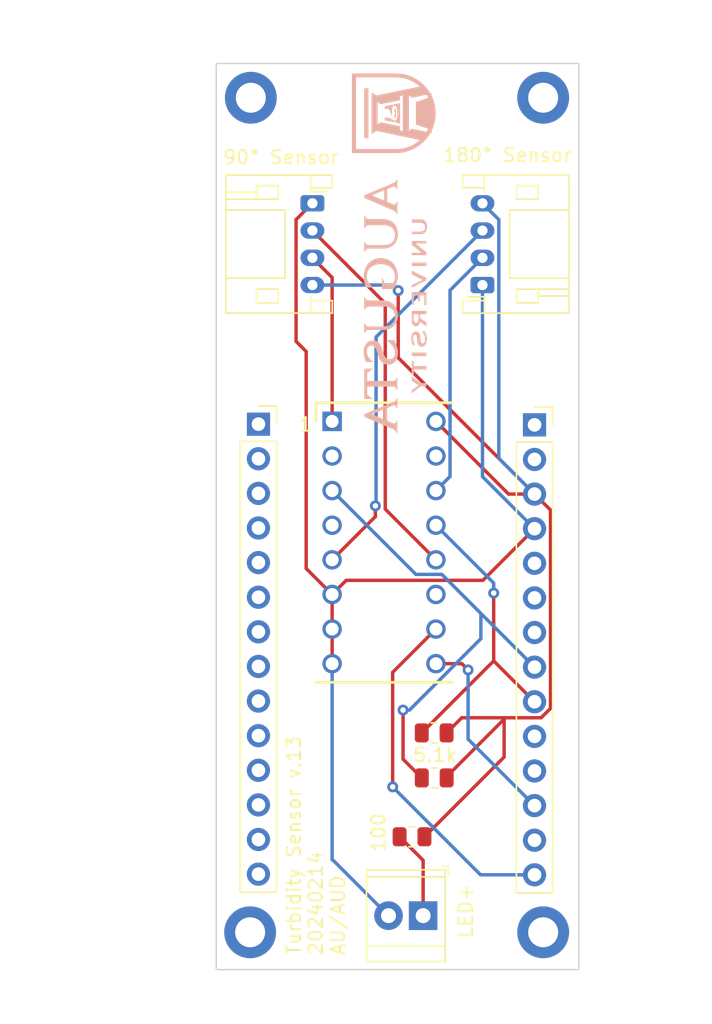
<source format=kicad_pcb>
(kicad_pcb (version 20221018) (generator pcbnew)
  (title_block (title "Turbidity Sensor PCB") (date "2024-02-14") (rev "13") (company "AU/AUD"))
  (layers (0 "F.Cu" signal) (31 "B.Cu" signal) (34 "B.Paste" user) (35 "F.Paste" user) (36 "B.SilkS" user "B.Silkscreen") (37 "F.SilkS" user "F.Silkscreen") (38 "B.Mask" user) (39 "F.Mask" user) (44 "Edge.Cuts" user))
  (net 0 "")
  (net 1 "/GND")
  (net 2 "/3.3V")
  (net 8 "/SCL")
  (net 9 "/SDA")
  (net 12 "/D8")
  (net 14 "/D6")
  (net 33 "/1(SCL)")
  (net 34 "/5(SCL)")
  (net 35 "/12(SDA)")
  (net 36 "/14(SDA)")
  (net 37 "Net-(J1-Pin_1)")
  (footprint "Resistor_SMD:R_0805_2012Metric" (layer "F.Cu") (at 152.1479 109.982)
    (fp_text reference "R1" hide)
    (fp_text value "5.1k" hide)
  )
  (footprint "MountingHole:MountingHole_2.2mm_M2_DIN965_Pad" (layer "F.Cu") (at 138.6332 121.3104)
    (fp_text reference "REF**" hide)
    (fp_text value "MountingHole_2.2mm_M2_DIN965_Pad" hide)
  )
  (footprint "Project:DIPS762W70P254L2032H510Q16N" (layer "F.Cu") (at 144.653 83.82)
    (fp_text reference "IC1" hide)
    (fp_text value "1-2199298-4" hide)
  )
  (footprint "Connector_PinSocket_2.54mm:PinSocket_1x14_P2.54mm_Vertical" (layer "F.Cu") (at 159.512 84.074)
    (fp_text reference "J4" hide)
    (fp_text value "Conn_01x14_Pin" hide)
  )
  (footprint "Resistor_SMD:R_0805_2012Metric" (layer "F.Cu") (at 150.5185 114.3 180)
    (fp_text reference "R3" hide)
    (fp_text value "100" hide)
  )
  (footprint "MountingHole:MountingHole_2.2mm_M2_DIN965_Pad" (layer "F.Cu") (at 160.147 60.071)
    (fp_text reference "REF**" hide)
    (fp_text value "MountingHole_2.2mm_M2_DIN965_Pad" hide)
  )
  (footprint "Connector_JST:JST_PH_S4B-PH-K_1x04_P2.00mm_Horizontal" (layer "F.Cu") (at 143.2052 67.8152 -90)
    (fp_text reference "J3" hide)
    (fp_text value "JST 90" hide)
  )
  (footprint "MountingHole:MountingHole_2.2mm_M2_DIN965_Pad" (layer "F.Cu") (at 138.684 60.071)
    (fp_text reference "REF**" hide)
    (fp_text value "MountingHole_2.2mm_M2_DIN965_Pad" hide)
  )
  (footprint "TerminalBlock_TE-Connectivity:TerminalBlock_TE_282834-2_1x02_P2.54mm_Horizontal" (layer "F.Cu") (at 151.3332 120.0912 180)
    (fp_text reference "J1" hide)
    (fp_text value "Screw_Terminal_01x02" hide)
  )
  (footprint "Connector_JST:JST_PH_S4B-PH-K_1x04_P2.00mm_Horizontal" (layer "F.Cu") (at 155.6904 73.818 90)
    (fp_text reference "J2" hide)
    (fp_text value "JST 180" hide)
  )
  (footprint "Resistor_SMD:R_0805_2012Metric" (layer "F.Cu") (at 152.1441 106.68 180)
    (fp_text reference "R2" hide)
    (fp_text value "5.1k" hide)
  )
  (footprint "Connector_PinSocket_2.54mm:PinSocket_1x14_P2.54mm_Vertical" (layer "F.Cu") (at 139.2428 84.0232)
    (fp_text reference "J5" hide)
    (fp_text value "Conn_01x14_Pin" hide)
  )
  (footprint "MountingHole:MountingHole_2.2mm_M2_DIN965_Pad" (layer "F.Cu") (at 160.147 121.3104)
    (fp_text reference "REF**" hide)
    (fp_text value "MountingHole_2.2mm_M2_DIN965_Pad" hide)
  )
  (gr_poly (pts (xy 147.315225 63.082488) (xy 147.315225 59.335988) (xy 147.008043 59.399488) (xy 147.008043 63.018988)) (fill solid) (layer "B.SilkS"))
  (gr_poly (pts (xy 149.225781 68.380769) (xy 149.438506 68.625244) (xy 149.448825 68.625244) (xy 149.448825 67.683856) (xy 149.438506 67.683856) (xy 149.225781 67.927537) (xy 148.699524 67.711637) (xy 148.699524 66.775013) (xy 149.225781 66.559112) (xy 149.438506 66.802) (xy 149.448825 66.802) (xy 149.448825 66.060637) (xy 149.438506 66.060637) (xy 149.225781 66.298763) (xy 148.476481 66.609696) (xy 148.476481 66.863913) (xy 148.476481 67.610038) (xy 147.587481 67.229832) (xy 148.476481 66.863913) (xy 148.476481 66.609696) (xy 147.008837 67.218718) (xy 147.008837 67.424299)) (fill solid) (layer "B.SilkS"))
  (gr_poly (pts (xy 149.225781 84.446268) (xy 149.438506 84.689949) (xy 149.448825 84.689949) (xy 149.448825 83.748561) (xy 149.438506 83.748561) (xy 149.225781 83.992244) (xy 148.699524 83.776342) (xy 148.699524 82.838925) (xy 149.225781 82.623025) (xy 149.438506 82.866706) (xy 149.448825 82.866706) (xy 149.448825 82.127725) (xy 149.438506 82.127725) (xy 149.225781 82.365851) (xy 148.476481 82.676516) (xy 148.476481 82.929413) (xy 148.476481 83.675538) (xy 147.587481 83.295331) (xy 148.476481 82.929413) (xy 148.476481 82.676516) (xy 147.008837 83.285011) (xy 147.008837 83.490592)) (fill solid) (layer "B.SilkS"))
  (gr_poly (pts (xy 151.581631 79.023371) (xy 151.581631 78.771752) (xy 150.495781 78.771752) (xy 150.495781 79.023371)) (fill solid) (layer "B.SilkS"))
  (gr_poly (pts (xy 150.651356 80.390205) (xy 150.651356 80.014761) (xy 151.581631 80.014761) (xy 151.581631 79.765524) (xy 150.651356 79.765524) (xy 150.651356 79.395638) (xy 150.492606 79.395638) (xy 150.492606 80.390205)) (fill solid) (layer "B.SilkS"))
  (gr_poly (pts (xy 149.221687 61.339774) (xy 149.2234 61.366091) (xy 149.225373 61.391276) (xy 149.227616 61.415228) (xy 149.230139 61.437845) (xy 149.232949 61.459025) (xy 149.236058 61.478669) (xy 149.239473 61.496674) (xy 149.243205 61.51294) (xy 149.247262 61.527365) (xy 149.249415 61.533856) (xy 149.251654 61.539849) (xy 149.253978 61.545331) (xy 149.25639 61.550289) (xy 149.25889 61.554712) (xy 149.26148 61.558586) (xy 149.26416 61.561899) (xy 149.266932 61.564637) (xy 149.269797 61.56679) (xy 149.272756 61.568342) (xy 149.275811 61.569283) (xy 149.278962 61.5696) (xy 149.282143 61.569138) (xy 149.285282 61.567768) (xy 149.291422 61.562383) (xy 149.29735 61.553615) (xy 149.303035 61.541633) (xy 149.308446 61.526603) (xy 149.313551 61.508697) (xy 149.318318 61.488081) (xy 149.322718 61.464924) (xy 149.326717 61.439396) (xy 149.330285 61.411664) (xy 149.336 61.350264) (xy 149.339614 61.282075) (xy 149.340875 61.208444) (xy 149.340484 61.171032) (xy 149.339354 61.134813) (xy 149.337542 61.099953) (xy 149.335107 61.066623) (xy 149.332111 61.03499) (xy 149.32861 61.005224) (xy 149.324666 60.977492) (xy 149.320336 60.951963) (xy 149.315681 60.928807) (xy 149.31076 60.908191) (xy 149.305632 60.890284) (xy 149.300356 60.875255) (xy 149.297682 60.868872) (xy 149.294992 60.863272) (xy 149.292295 60.858476) (xy 149.289599 60.854504) (xy 149.28691 60.851378) (xy 149.284236 60.84912) (xy 149.281584 60.847749) (xy 149.278962 60.847287) (xy 149.276372 60.847604) (xy 149.273812 60.848545) (xy 149.268788 60.85225) (xy 149.263906 60.858301) (xy 149.25918 60.866598) (xy 149.254627 60.877039) (xy 149.250262 60.889522) (xy 149.246098 60.903947) (xy 149.242152 60.920213) (xy 149.238438 60.938219) (xy 149.234972 60.957862) (xy 149.228844 61.00166) (xy 149.223888 61.050796) (xy 149.220225 61.104463) (xy 149.227403 61.108427) (xy 149.23423 61.112841) (xy 149.240689 61.117681) (xy 149.246767 61.122923) (xy 149.252448 61.128543) (xy 149.257718 61.134517) (xy 149.262561 61.140821) (xy 149.266963 61.147431) (xy 149.270909 61.154323) (xy 149.274385 61.161472) (xy 149.277374 61.168856) (xy 149.279864 61.17645) (xy 149.281837 61.184229) (xy 149.283281 61.192171) (xy 149.28418 61.200251) (xy 149.284518 61.208444) (xy 149.28442 61.212553) (xy 149.28418 61.216637) (xy 149.283799 61.220693) (xy 149.283281 61.224717) (xy 149.282626 61.228706) (xy 149.281837 61.232658) (xy 149.280916 61.23657) (xy 149.279864 61.240438) (xy 149.278682 61.244259) (xy 149.277374 61.248032) (xy 149.275941 61.251751) (xy 149.274385 61.255415) (xy 149.272707 61.259021) (xy 149.270909 61.262565) (xy 149.268994 61.266045) (xy 149.266963 61.269457) (xy 149.264818 61.272798) (xy 149.262561 61.276066) (xy 149.260194 61.279258) (xy 149.257718 61.28237) (xy 149.255135 61.2854) (xy 149.252448 61.288344) (xy 149.249658 61.2912) (xy 149.246767 61.293964) (xy 149.243777 61.296634) (xy 149.240689 61.299206) (xy 149.237506 61.301678) (xy 149.23423 61.304046) (xy 149.230861 61.306308) (xy 149.227403 61.308461) (xy 149.223857 61.3105) (xy 149.220225 61.312425)) (fill solid) (layer "B.SilkS"))
  (gr_poly (pts (xy 150.459212 77.792646) (xy 150.461232 77.828782) (xy 150.464603 77.864753) (xy 150.469317 77.900522) (xy 150.475363 77.936053) (xy 150.482731 77.971308) (xy 150.491411 78.006251) (xy 150.501394 78.040844) (xy 150.512669 78.07505) (xy 150.525227 78.108833) (xy 150.539057 78.142156) (xy 150.55415 78.174981) (xy 150.570496 78.207271) (xy 150.588084 78.23899) (xy 150.606905 78.2701) (xy 150.737081 78.178817) (xy 150.722123 78.152471) (xy 150.708065 78.125698) (xy 150.694912 78.098524) (xy 150.682671 78.07097) (xy 150.671349 78.043061) (xy 150.660952 78.014819) (xy 150.651486 77.986267) (xy 150.642959 77.95743) (xy 150.635376 77.928331) (xy 150.628744 77.898992) (xy 150.62307 77.869437) (xy 150.618359 77.839689) (xy 150.614619 77.809772) (xy 150.611856 77.779708) (xy 150.610077 77.749522) (xy 150.609287 77.719236) (xy 150.609523 77.697197) (xy 150.610318 77.674709) (xy 150.611804 77.65203) (xy 150.614112 77.629419) (xy 150.617373 77.607133) (xy 150.621719 77.585431) (xy 150.627281 77.56457) (xy 150.634191 77.54481) (xy 150.64258 77.526408) (xy 150.64737 77.517796) (xy 150.652579 77.509621) (xy 150.658223 77.501915) (xy 150.66432 77.49471) (xy 150.670885 77.488037) (xy 150.677934 77.48193) (xy 150.685484 77.476421) (xy 150.693553 77.471541) (xy 150.702155 77.467324) (xy 150.711307 77.463801) (xy 150.721026 77.461005) (xy 150.731329 77.458968) (xy 150.742231 77.457722) (xy 150.753749 77.457299) (xy 150.765214 77.45791) (xy 150.775959 77.459711) (xy 150.786011 77.462654) (xy 150.795397 77.466693) (xy 150.80414 77.471779) (xy 150.812267 77.477867) (xy 150.819803 77.484909) (xy 150.826775 77.492857) (xy 150.833206 77.501664) (xy 150.839124 77.511284) (xy 150.844554 77.521668) (xy 150.84952 77.532769) (xy 150.85405 77.544541) (xy 150.858168 77.556936) (xy 150.8619 77.569907) (xy 150.865271 77.583407) (xy 150.871035 77.611803) (xy 150.875665 77.641746) (xy 150.879364 77.672859) (xy 150.882337 77.704764) (xy 150.891068 77.832743) (xy 150.894394 77.87442) (xy 150.898885 77.917242) (xy 150.904794 77.96068) (xy 150.912375 78.004205) (xy 150.921882 78.047288) (xy 150.933568 78.089401) (xy 150.947686 78.130014) (xy 150.96449 78.168598) (xy 150.984233 78.204623) (xy 150.995286 78.221512) (xy 151.007169 78.237562) (xy 151.019914 78.252709) (xy 151.033552 78.266885) (xy 151.048115 78.280025) (xy 151.063634 78.292063) (xy 151.080142 78.302932) (xy 151.09767 78.312566) (xy 151.116249 78.3209) (xy 151.135912 78.327867) (xy 151.15669 78.3334) (xy 151.178614 78.337435) (xy 151.201717 78.339904) (xy 151.226031 78.340742) (xy 151.253116 78.339844) (xy 151.279023 78.337195) (xy 151.303771 78.332863) (xy 151.327382 78.326915) (xy 151.349878 78.319419) (xy 151.371277 78.310442) (xy 151.391603 78.300052) (xy 151.410875 78.288317) (xy 151.429115 78.275304) (xy 151.446343 78.261081) (xy 151.46258 78.245715) (xy 151.477848 78.229274) (xy 151.492167 78.211826) (xy 151.505558 78.193437) (xy 151.518042 78.174177) (xy 151.52964 78.154111) (xy 151.540373 78.133309) (xy 151.550262 78.111837) (xy 151.559328 78.089763) (xy 151.567591 78.067154) (xy 151.575073 78.044079) (xy 151.581795 78.020604) (xy 151.593041 77.972727) (xy 151.601496 77.924065) (xy 151.607328 77.875157) (xy 151.610705 77.826545) (xy 151.611793 77.778768) (xy 151.611713 77.737246) (xy 151.609891 77.695893) (xy 151.606346 77.654762) (xy 151.601092 77.613904) (xy 151.594148 77.57337) (xy 151.58553 77.533212) (xy 151.575255 77.493481) (xy 151.56334 77.454228) (xy 151.5498 77.415506) (xy 151.534654 77.377365) (xy 151.517918 77.339857) (xy 151.499609 77.303034) (xy 151.479743 77.266946) (xy 151.458337 77.231645) (xy 151.435409 77.197183) (xy 151.410975 77.163611) (xy 151.283181 77.26918) (xy 151.304338 77.296214) (xy 151.324242 77.324043) (xy 151.342879 77.352624) (xy 151.360231 77.381912) (xy 151.376284 77.411863) (xy 151.391021 77.442433) (xy 151.404427 77.473578) (xy 151.416486 77.505252) (xy 151.427182 77.537412) (xy 151.4365 77.570014) (xy 151.444422 77.603013) (xy 151.450935 77.636365) (xy 151.456022 77.670026) (xy 151.459667 77.703951) (xy 151.461854 77.738096) (xy 151.462569 77.772417) (xy 151.462125 77.806698) (xy 151.460733 77.839796) (xy 151.458299 77.871568) (xy 151.45473 77.901872) (xy 151.449934 77.930568) (xy 151.443816 77.957512) (xy 151.436285 77.982564) (xy 151.427246 78.005581) (xy 151.416608 78.026421) (xy 151.41066 78.03598) (xy 151.404277 78.044942) (xy 151.397448 78.053289) (xy 151.39016 78.061004) (xy 151.382403 78.068067) (xy 151.374164 78.074463) (xy 151.365433 78.080172) (xy 151.356197 78.085178) (xy 151.346444 78.089462) (xy 151.336164 78.093007) (xy 151.325344 78.095795) (xy 151.313973 78.097809) (xy 151.302039 78.09903) (xy 151.289531 78.099441) (xy 151.277125 78.09894) (xy 151.265488 78.097458) (xy 151.254595 78.09503) (xy 151.244419 78.091688) (xy 151.234934 78.087467) (xy 151.226114 78.0824) (xy 151.217934 78.07652) (xy 151.210367 78.069861) (xy 151.203387 78.062458) (xy 151.196968 78.054342) (xy 151.191084 78.045548) (xy 151.185709 78.03611) (xy 151.180818 78.026061) (xy 151.176383 78.015434) (xy 151.17238 78.004263) (xy 151.168782 77.992583) (xy 151.165562 77.980425) (xy 151.162696 77.967824) (xy 151.160157 77.954814) (xy 151.157919 77.941428) (xy 151.154241 77.913661) (xy 151.151456 77.884794) (xy 151.149353 77.855094) (xy 151.147727 77.82483) (xy 151.145068 77.763685) (xy 151.142477 77.720543) (xy 151.138439 77.67576) (xy 151.132755 77.629947) (xy 151.125224 77.583715) (xy 151.115648 77.537673) (xy 151.103824 77.492432) (xy 151.089555 77.448603) (xy 151.072639 77.406796) (xy 151.052876 77.367621) (xy 151.041865 77.349211) (xy 151.030067 77.331689) (xy 151.017458 77.31513) (xy 151.004012 77.29961) (xy 150.989705 77.285206) (xy 150.974511 77.271995) (xy 150.958406 77.260052) (xy 150.941364 77.249454) (xy 150.92336 77.240277) (xy 150.90437 77.232597) (xy 150.884368 77.226492) (xy 150.86333 77.222036) (xy 150.84123 77.219307) (xy 150.818043 77.21838) (xy 150.79313 77.219152) (xy 150.769278 77.221432) (xy 150.74647 77.225166) (xy 150.724688 77.230298) (xy 150.703913 77.236775) (xy 150.684129 77.244541) (xy 150.665318 77.253542) (xy 150.647461 77.263723) (xy 150.630542 77.275029) (xy 150.614542 77.287407) (xy 150.599444 77.3008) (xy 150.58523 77.315156) (xy 150.571882 77.330418) (xy 150.559382 77.346532) (xy 150.547713 77.363444) (xy 150.536857 77.381099) (xy 150.526797 77.399442) (xy 150.517514 77.418419) (xy 150.508991 77.437975) (xy 150.50121 77.458056) (xy 150.494153 77.478606) (xy 150.487803 77.499571) (xy 150.482142 77.520897) (xy 150.477153 77.542528) (xy 150.469115 77.58649) (xy 150.46355 77.631019) (xy 150.460315 77.675678) (xy 150.459268 77.72003) (xy 150.458554 77.756384)) (fill solid) (layer "B.SilkS"))
  (gr_poly (pts (xy 151.141099 69.24675) (xy 151.174542 69.247856) (xy 151.206906 69.251201) (xy 151.238042 69.256833) (xy 151.253103 69.26052) (xy 151.267802 69.264796) (xy 151.282119 69.269666) (xy 151.296036 69.275135) (xy 151.309534 69.28121) (xy 151.322595 69.287897) (xy 151.335201 69.2952) (xy 151.347332 69.303125) (xy 151.35897 69.311679) (xy 151.370096 69.320867) (xy 151.380693 69.330694) (xy 151.39074 69.341166) (xy 151.40022 69.352289) (xy 151.409114 69.364068) (xy 151.417404 69.37651) (xy 151.42507 69.38962) (xy 151.432094 69.403403) (xy 151.438458 69.417865) (xy 151.444143 69.433012) (xy 151.44913 69.44885) (xy 151.453402 69.465383) (xy 151.456938 69.482619) (xy 151.459721 69.500562) (xy 151.461731 69.519219) (xy 151.462951 69.538594) (xy 151.463362 69.558693) (xy 151.462958 69.581164) (xy 151.461756 69.602743) (xy 151.459773 69.623444) (xy 151.457026 69.643277) (xy 151.453531 69.662255) (xy 151.449303 69.680388) (xy 151.44436 69.697689) (xy 151.438719 69.714169) (xy 151.432395 69.72984) (xy 151.425404 69.744713) (xy 151.417764 69.7588) (xy 151.409491 69.772113) (xy 151.400601 69.784662) (xy 151.391111 69.796461) (xy 151.381036 69.807521) (xy 151.370394 69.817852) (xy 151.359201 69.827468) (xy 151.347473 69.836378) (xy 151.335227 69.844596) (xy 151.322479 69.852132) (xy 151.309246 69.858999) (xy 151.295544 69.865207) (xy 151.281389 69.870769) (xy 151.266798 69.875697) (xy 151.251787 69.880001) (xy 151.236373 69.883693) (xy 151.2044 69.88929) (xy 151.171011 69.892579) (xy 151.136337 69.893655) (xy 150.495781 69.893655) (xy 150.495781 70.074631) (xy 151.157768 70.074631) (xy 151.180556 70.075619) (xy 151.203239 70.075344) (xy 151.225769 70.073826) (xy 151.248099 70.071083) (xy 151.270182 70.067132) (xy 151.29197 70.061992) (xy 151.313416 70.055681) (xy 151.334473 70.048218) (xy 151.355092 70.039621) (xy 151.375227 70.029907) (xy 151.39483 70.019097) (xy 151.413853 70.007206) (xy 151.43225 69.994255) (xy 151.449972 69.980261) (xy 151.466973 69.965243) (xy 151.483205 69.949219) (xy 151.500725 69.927389) (xy 151.517096 69.904829) (xy 151.532305 69.881586) (xy 151.546334 69.857705) (xy 151.559171 69.833232) (xy 151.5708 69.808213) (xy 151.581205 69.782693) (xy 151.590373 69.756718) (xy 151.598287 69.730335) (xy 151.604934 69.703589) (xy 151.610298 69.676526) (xy 151.614363 69.649192) (xy 151.617117 69.621631) (xy 151.618542 69.593892) (xy 151.618625 69.566018) (xy 151.61735 69.538056) (xy 151.618804 69.509973) (xy 151.618961 69.481958) (xy 151.617832 69.454055) (xy 151.61543 69.426304) (xy 151.611768 69.398749) (xy 151.606859 69.371431) (xy 151.600715 69.344392) (xy 151.593349 69.317674) (xy 151.584773 69.291319) (xy 151.575001 69.26537) (xy 151.564044 69.239869) (xy 151.551915 69.214857) (xy 151.538627 69.190376) (xy 151.524193 69.166469) (xy 151.508626 69.143178) (xy 151.491937 69.120544) (xy 151.4756 69.103743) (xy 151.458398 69.088052) (xy 151.440388 69.073492) (xy 151.421625 69.060083) (xy 151.402168 69.047848) (xy 151.382073 69.036806) (xy 151.361397 69.02698) (xy 151.340197 69.01839) (xy 151.31853 69.011058) (xy 151.296452 69.005004) (xy 151.274022 69.00025) (xy 151.251295 68.996817) (xy 151.228329 68.994727) (xy 151.20518 68.993999) (xy 151.181905 68.994656) (xy 151.158562 68.996719) (xy 150.495781 68.996719) (xy 150.495781 69.24675)) (fill solid) (layer "B.SilkS"))
  (gr_poly (pts (xy 151.581631 72.416987) (xy 151.581631 72.165369) (xy 150.495781 72.165369) (xy 150.495781 72.416987)) (fill solid) (layer "B.SilkS"))
  (gr_poly (pts (xy 146.972736 73.218805) (xy 146.9751 73.272035) (xy 146.97862 73.325163) (xy 146.98329 73.378172) (xy 146.989109 73.431041) (xy 146.996073 73.483753) (xy 147.004178 73.536289) (xy 147.01342 73.58863) (xy 147.023797 73.640759) (xy 147.035304 73.692656) (xy 147.047939 73.744302) (xy 147.061698 73.795681) (xy 147.076576 73.846772) (xy 147.092572 73.897557) (xy 147.109681 73.948018) (xy 147.1279 73.998136) (xy 147.1279 73.998137) (xy 147.683525 73.998137) (xy 147.683525 73.987818) (xy 147.61203 73.931369) (xy 147.547634 73.875708) (xy 147.489993 73.820803) (xy 147.438764 73.766622) (xy 147.393605 73.713134) (xy 147.354173 73.660307) (xy 147.320123 73.608111) (xy 147.291114 73.556514) (xy 147.266803 73.505484) (xy 147.246846 73.45499) (xy 147.2309 73.405) (xy 147.218623 73.355484) (xy 147.209671 73.30641) (xy 147.203701 73.257746) (xy 147.200371 73.209461) (xy 147.199337 73.161524) (xy 147.200555 73.112997) (xy 147.204177 73.065517) (xy 147.210157 73.019115) (xy 147.218448 72.973825) (xy 147.229003 72.929678) (xy 147.241776 72.886707) (xy 147.25672 72.844945) (xy 147.273788 72.804423) (xy 147.292935 72.765175) (xy 147.314112 72.727232) (xy 147.337274 72.690627) (xy 147.362374 72.655392) (xy 147.389365 72.62156) (xy 147.4182 72.589164) (xy 147.448833 72.558235) (xy 147.481218 72.528806) (xy 147.515307 72.50091) (xy 147.551053 72.474578) (xy 147.588412 72.449844) (xy 147.627334 72.426739) (xy 147.667775 72.405297) (xy 147.709687 72.385549) (xy 147.753023 72.367528) (xy 147.797738 72.351266) (xy 147.843784 72.336797) (xy 147.891114 72.324151) (xy 147.939683 72.313362) (xy 147.989442 72.304462) (xy 148.040347 72.297483) (xy 148.092349 72.292458) (xy 148.145403 72.289419) (xy 148.199462 72.288399) (xy 148.244706 72.288399) (xy 148.3007 72.289553) (xy 148.355546 72.292982) (xy 148.409203 72.298635) (xy 148.461629 72.306461) (xy 148.512783 72.31641) (xy 148.562624 72.328431) (xy 148.61111 72.342473) (xy 148.6582 72.358485) (xy 148.703853 72.376416) (xy 148.748028 72.396217) (xy 148.790683 72.417836) (xy 148.831777 72.441222) (xy 148.871269 72.466325) (xy 148.909117 72.493094) (xy 148.945281 72.521479) (xy 148.979718 72.551428) (xy 149.012389 72.582891) (xy 149.04325 72.615817) (xy 149.072262 72.650155) (xy 149.099382 72.685855) (xy 149.12457 72.722866) (xy 149.147785 72.761138) (xy 149.168984 72.800619) (xy 149.188127 72.841258) (xy 149.205173 72.883006) (xy 149.22008 72.925811) (xy 149.232806 72.969623) (xy 149.243312 73.01439) (xy 149.251554 73.060063) (xy 149.257493 73.10659) (xy 149.261086 73.153921) (xy 149.262293 73.202005) (xy 149.26243 73.224705) (xy 149.261955 73.247371) (xy 149.260871 73.269991) (xy 149.25918 73.292554) (xy 149.256885 73.315048) (xy 149.253989 73.337459) (xy 149.250492 73.359777) (xy 149.246399 73.381989) (xy 149.241711 73.404083) (xy 149.236431 73.426047) (xy 149.23056 73.447869) (xy 149.224102 73.469538) (xy 149.217059 73.49104) (xy 149.209434 73.512364) (xy 149.201227 73.533498) (xy 149.192443 73.55443) (xy 149.183002 73.575703) (xy 149.178101 73.585673) (xy 149.173061 73.595208) (xy 149.167869 73.604314) (xy 149.162511 73.612998) (xy 149.156974 73.621268) (xy 149.151243 73.62913) (xy 149.145305 73.63659) (xy 149.139146 73.643656) (xy 149.132753 73.650335) (xy 149.126112 73.656633) (xy 149.11921 73.662558) (xy 149.112032 73.668115) (xy 149.104566 73.673312) (xy 149.096796 73.678156) (xy 149.088711 73.682654) (xy 149.080295 73.686811) (xy 149.071536 73.690636) (xy 149.06242 73.694135) (xy 149.052933 73.697315) (xy 149.043061 73.700182) (xy 149.032791 73.702744) (xy 149.022109 73.705007) (xy 149.011002 73.706979) (xy 148.999455 73.708665) (xy 148.987456 73.710073) (xy 148.97499 73.71121) (xy 148.948603 73.712697) (xy 148.920187 73.71318) (xy 148.536012 73.71318) (xy 148.316143 73.270268) (xy 148.305825 73.270268) (xy 148.305825 74.110055) (xy 149.163075 74.110055) (xy 149.199699 74.058684) (xy 149.234194 74.006062) (xy 149.266535 73.952257) (xy 149.296699 73.897337) (xy 149.324664 73.841369) (xy 149.350407 73.784419) (xy 149.373905 73.726557) (xy 149.395135 73.667848) (xy 149.414074 73.608361) (xy 149.430699 73.548163) (xy 149.444987 73.48732) (xy 149.456915 73.425902) (xy 149.466461 73.363974) (xy 149.473602 73.301605) (xy 149.478314 73.238862) (xy 149.480575 73.175813) (xy 149.479221 73.108481) (xy 149.475177 73.041836) (xy 149.46847 72.975972) (xy 149.459125 72.910983) (xy 149.447168 72.846967) (xy 149.432626 72.784017) (xy 149.415525 72.722229) (xy 149.395891 72.661697) (xy 149.373751 72.602519) (xy 149.349129 72.544787) (xy 149.322053 72.488598) (xy 149.292549 72.434048) (xy 149.260642 72.38123) (xy 149.22636 72.33024) (xy 149.189727 72.281174) (xy 149.150771 72.234126) (xy 149.109518 72.189192) (xy 149.065993 72.146468) (xy 149.020223 72.106047) (xy 148.972233 72.068026) (xy 148.922051 72.0325) (xy 148.869702 71.999563) (xy 148.815213 71.969311) (xy 148.758609 71.94184) (xy 148.699917 71.917244) (xy 148.639163 71.895618) (xy 148.576373 71.877059) (xy 148.511573 71.86166) (xy 148.44479 71.849518) (xy 148.376049 71.840727) (xy 148.305377 71.835382) (xy 148.232799 71.83358) (xy 148.201843 71.83358) (xy 148.13204 71.835402) (xy 148.063891 71.840803) (xy 147.997435 71.84968) (xy 147.932708 71.861933) (xy 147.869746 71.877461) (xy 147.808586 71.896163) (xy 147.749266 71.917937) (xy 147.691822 71.942683) (xy 147.63629 71.9703) (xy 147.582708 72.000687) (xy 147.531112 72.033742) (xy 147.481538 72.069365) (xy 147.434025 72.107455) (xy 147.388608 72.147911) (xy 147.345325 72.190631) (xy 147.304211 72.235515) (xy 147.265305 72.282461) (xy 147.228642 72.33137) (xy 147.194259 72.382138) (xy 147.162194 72.434667) (xy 147.132482 72.488854) (xy 147.105161 72.544599) (xy 147.080268 72.6018) (xy 147.057839 72.660357) (xy 147.037911 72.720168) (xy 147.02052 72.781133) (xy 147.005704 72.843151) (xy 146.9935 72.90612) (xy 146.983944 72.969939) (xy 146.977072 73.034509) (xy 146.972922 73.099726) (xy 146.971531 73.165491)) (fill solid) (layer "B.SilkS"))
  (gr_poly (pts (xy 151.210156 71.441467) (xy 150.495781 71.441467) (xy 150.495781 71.622443) (xy 151.581631 71.622443) (xy 151.581631 71.407338) (xy 150.787881 70.762018) (xy 151.581631 70.762018) (xy 151.581631 70.581043) (xy 150.495781 70.581043) (xy 150.495781 70.861237)) (fill solid) (layer "B.SilkS"))
  (gr_poly (pts (xy 146.972557 78.741956) (xy 146.97546 78.791443) (xy 146.979443 78.84082) (xy 146.984503 78.890068) (xy 146.990636 78.93917) (xy 146.997838 78.988109) (xy 147.006107 79.036868) (xy 147.015437 79.085428) (xy 147.025826 79.133774) (xy 147.037271 79.181886) (xy 147.049767 79.229748) (xy 147.063311 79.277342) (xy 147.0779 79.324651) (xy 147.09353 79.371658) (xy 147.110198 79.418344) (xy 147.1279 79.464694) (xy 147.683525 79.464694) (xy 147.683525 79.454373) (xy 147.628119 79.414422) (xy 147.575665 79.373184) (xy 147.526247 79.330714) (xy 147.479953 79.287065) (xy 147.436867 79.242291) (xy 147.397077 79.196445) (xy 147.360668 79.14958) (xy 147.327726 79.10175) (xy 147.298338 79.053008) (xy 147.272588 79.003409) (xy 147.250565 78.953004) (xy 147.240977 78.927517) (xy 147.232352 78.901849) (xy 147.224702 78.876007) (xy 147.218037 78.849996) (xy 147.212368 78.823825) (xy 147.207706 78.797499) (xy 147.204061 78.771026) (xy 147.201444 78.744412) (xy 147.199866 78.717663) (xy 147.199337 78.690787) (xy 147.199902 78.660704) (xy 147.201566 78.631906) (xy 147.204284 78.604371) (xy 147.208013 78.578079) (xy 147.212706 78.553006) (xy 147.21832 78.529133) (xy 147.224809 78.506436) (xy 147.232129 78.484895) (xy 147.240235 78.464487) (xy 147.249082 78.445192) (xy 147.258626 78.426986) (xy 147.268821 78.40985) (xy 147.279624 78.39376) (xy 147.290988 78.378696) (xy 147.30287 78.364636) (xy 147.315225 78.351557) (xy 147.328007 78.33944) (xy 147.341173 78.32826) (xy 147.354677 78.317998) (xy 147.368474 78.308632) (xy 147.396771 78.292498) (xy 147.425705 78.279686) (xy 147.454918 78.270023) (xy 147.484052 78.263336) (xy 147.512748 78.25945) (xy 147.54065 78.258193) (xy 147.558112 78.258193) (xy 147.579995 78.258834) (xy 147.601013 78.260745) (xy 147.621197 78.263905) (xy 147.640574 78.268297) (xy 147.659174 78.2739) (xy 147.677025 78.280697) (xy 147.694157 78.288668) (xy 147.710599 78.297794) (xy 147.726379 78.308056) (xy 147.741526 78.319435) (xy 147.75607 78.331911) (xy 147.770039 78.345467) (xy 147.783462 78.360082) (xy 147.796368 78.375739) (xy 147.808785 78.392417) (xy 147.820744 78.410097) (xy 147.832273 78.428761) (xy 147.8434 78.44839) (xy 147.854155 78.468965) (xy 147.864566 78.490466) (xy 147.884475 78.536171) (xy 147.903356 78.585354) (xy 147.921442 78.637863) (xy 147.938965 78.693545) (xy 147.956155 78.752247) (xy 147.973243 78.813818) (xy 148.001006 78.912976) (xy 148.030852 79.006486) (xy 148.062987 79.094246) (xy 148.097614 79.176152) (xy 148.134939 79.252099) (xy 148.175166 79.321986) (xy 148.2185 79.385707) (xy 148.265145 79.443161) (xy 148.289773 79.469505) (xy 148.315306 79.494243) (xy 148.341769 79.517362) (xy 148.369188 79.538849) (xy 148.397588 79.558692) (xy 148.426996 79.576877) (xy 148.457435 79.593392) (xy 148.488933 79.608223) (xy 148.521514 79.621358) (xy 148.555205 79.632784) (xy 148.59003 79.642487) (xy 148.626016 79.650455) (xy 148.663188 79.656674) (xy 148.701571 79.661133) (xy 148.741192 79.663818) (xy 148.782075 79.664716) (xy 148.803506 79.664716) (xy 148.837381 79.663787) (xy 148.870959 79.661008) (xy 148.904189 79.656388) (xy 148.937019 79.649937) (xy 148.969398 79.641664) (xy 149.001276 79.63158) (xy 149.032601 79.619694) (xy 149.063323 79.606016) (xy 149.09339 79.590555) (xy 149.122751 79.573322) (xy 149.151356 79.554325) (xy 149.179153 79.533576) (xy 149.206091 79.511082) (xy 149.23212 79.486856) (xy 149.257188 79.460905) (xy 149.281244 79.43324) (xy 149.304238 79.40387) (xy 149.326118 79.372805) (xy 149.346833 79.340056) (xy 149.366332 79.305631) (xy 149.384564 79.26954) (xy 149.401479 79.231794) (xy 149.417025 79.192401) (xy 149.431151 79.151372) (xy 149.443807 79.108717) (xy 149.45494 79.064445) (xy 149.4645 79.018565) (xy 149.472437 78.971088) (xy 149.478699 78.922023) (xy 149.483235 78.87138) (xy 149.485994 78.81917) (xy 149.486925 78.7654) (xy 149.485443 78.710352) (xy 149.481134 78.653999) (xy 149.474205 78.596563) (xy 149.464861 78.538264) (xy 149.453307 78.479323) (xy 149.439751 78.419961) (xy 149.424396 78.360399) (xy 149.40745 78.300858) (xy 149.369606 78.182723) (xy 149.327865 78.067322) (xy 149.283872 77.956423) (xy 149.239275 77.851793) (xy 148.623325 77.851793) (xy 148.623325 77.862113) (xy 148.694158 77.915066) (xy 148.761594 77.968023) (xy 148.825469 78.021082) (xy 148.885622 78.074341) (xy 148.941891 78.127899) (xy 148.994116 78.181851) (xy 149.042134 78.236297) (xy 149.085783 78.291333) (xy 149.124903 78.347058) (xy 149.159331 78.403569) (xy 149.188905 78.460963) (xy 149.201822 78.490022) (xy 149.213465 78.519339) (xy 149.223814 78.548925) (xy 149.232849 78.578793) (xy 149.240549 78.608956) (xy 149.246894 78.639425) (xy 149.251865 78.670212) (xy 149.25544 78.701331) (xy 149.2576 78.732792) (xy 149.258325 78.764608) (xy 149.257829 78.794871) (xy 149.256359 78.824193) (xy 149.253939 78.852574) (xy 149.250596 78.88001) (xy 149.246355 78.906502) (xy 149.241241 78.932048) (xy 149.23528 78.956647) (xy 149.228497 78.980297) (xy 149.220917 79.002997) (xy 149.212567 79.024746) (xy 149.20347 79.045542) (xy 149.193654 79.065384) (xy 149.183143 79.084272) (xy 149.171963 79.102202) (xy 149.160138 79.119175) (xy 149.147696 79.135189) (xy 149.13466 79.150242) (xy 149.121057 79.164334) (xy 149.106911 79.177463) (xy 149.092249 79.189627) (xy 149.077096 79.200826) (xy 149.061477 79.211058) (xy 149.045418 79.220321) (xy 149.028943 79.228615) (xy 149.012079 79.235938) (xy 148.994851 79.242289) (xy 148.977285 79.247667) (xy 148.959405 79.25207) (xy 148.941237 79.255496) (xy 148.922807 79.257945) (xy 148.885262 79.259906) (xy 148.867799 79.259906) (xy 148.840208 79.259064) (xy 148.813669 79.25656) (xy 148.788152 79.252432) (xy 148.763627 79.246716) (xy 148.740064 79.23945) (xy 148.71743 79.230668) (xy 148.695696 79.220409) (xy 148.674831 79.208709) (xy 148.654805 79.195605) (xy 148.635586 79.181132) (xy 148.617144 79.165328) (xy 148.599448 79.148229) (xy 148.582468 79.129873) (xy 148.566173 79.110294) (xy 148.550533 79.089531) (xy 148.535516 79.06762) (xy 148.521092 79.044598) (xy 148.50723 79.0205) (xy 148.4939 78.995364) (xy 148.481071 78.969226) (xy 148.456793 78.914092) (xy 148.434151 78.855391) (xy 148.4129 78.793416) (xy 148.392794 78.728459) (xy 148.373588 78.660815) (xy 148.355037 78.590775) (xy 148.330848 78.505707) (xy 148.304104 78.42585) (xy 148.274778 78.351241) (xy 148.242845 78.281919) (xy 148.20828 78.217923) (xy 148.171058 78.15929) (xy 148.131151 78.106059) (xy 148.088535 78.058268) (xy 148.066204 78.036425) (xy 148.043185 78.015956) (xy 148.019476 77.996867) (xy 147.995074 77.979161) (xy 147.969976 77.962845) (xy 147.944178 77.947922) (xy 147.917677 77.934398) (xy 147.89047 77.922276) (xy 147.862554 77.911563) (xy 147.833925 77.902263) (xy 147.804581 77.894381) (xy 147.774517 77.88792) (xy 147.743732 77.882887) (xy 147.712222 77.879287) (xy 147.679983 77.877123) (xy 147.647012 77.8764) (xy 147.622406 77.8764) (xy 147.590507 77.877326) (xy 147.558841 77.880088) (xy 147.527458 77.884659) (xy 147.49641 77.891016) (xy 147.465749 77.899134) (xy 147.435524 77.908987) (xy 147.405788 77.92055) (xy 147.376591 77.933798) (xy 147.347985 77.948707) (xy 147.320021 77.965251) (xy 147.29275 77.983406) (xy 147.266223 78.003146) (xy 147.240491 78.024446) (xy 147.215606 78.047282) (xy 147.191618 78.071628) (xy 147.168579 78.09746) (xy 147.14654 78.124752) (xy 147.125552 78.153479) (xy 147.105667 78.183616) (xy 147.086935 78.215139) (xy 147.069407 78.248023) (xy 147.053135 78.282241) (xy 147.03817 78.317771) (xy 147.024563 78.354585) (xy 147.012366 78.39266) (xy 147.001628 78.43197) (xy 146.992402 78.472491) (xy 146.984739 78.514197) (xy 146.97869 78.557064) (xy 146.974306 78.601065) (xy 146.971638 78.646178) (xy 146.970737 78.692375)) (fill solid) (layer "B.SilkS"))
  (gr_poly (pts (xy 149.332937 64.134206) (xy 149.43246 64.132563) (xy 149.531423 64.127573) (xy 149.629756 64.11928) (xy 149.727389 64.107723) (xy 149.824252 64.092943) (xy 149.920276 64.074983) (xy 150.015391 64.053882) (xy 150.109526 64.029682) (xy 150.202613 64.002425) (xy 150.294581 63.97215) (xy 150.38536 63.9389) (xy 150.474882 63.902716) (xy 150.563075 63.863638) (xy 150.64987 63.821708) (xy 150.735198 63.776966) (xy 150.818988 63.729455) (xy 150.901171 63.679214) (xy 150.981677 63.626286) (xy 151.060436 63.57071) (xy 151.137378 63.512529) (xy 151.212433 63.451784) (xy 151.285533 63.388515) (xy 151.356606 63.322764) (xy 151.425584 63.254571) (xy 151.492395 63.183979) (xy 151.556972 63.111027) (xy 151.619243 63.035758) (xy 151.679138 62.958212) (xy 151.736589 62.87843) (xy 151.791526 62.796454) (xy 151.843877 62.712324) (xy 151.893575 62.626082) (xy 151.922944 62.572106) (xy 152.002006 62.410153) (xy 152.070527 62.244778) (xy 152.128506 62.07647) (xy 152.175944 61.905718) (xy 152.21284 61.733011) (xy 152.239194 61.558838) (xy 152.255006 61.383687) (xy 152.260277 61.208047) (xy 152.255006 61.032407) (xy 152.239194 60.857256) (xy 152.21284 60.683083) (xy 152.175944 60.510376) (xy 152.128506 60.339624) (xy 152.070527 60.171316) (xy 152.002006 60.005941) (xy 151.922944 59.843988) (xy 151.893575 59.790013) (xy 151.893534 59.789941) (xy 151.893495 59.789869) (xy 151.791436 59.619503) (xy 151.67904 59.457751) (xy 151.582425 59.33691) (xy 151.582425 59.854307) (xy 151.598139 59.880587) (xy 151.61353 59.907041) (xy 151.628599 59.933669) (xy 151.643345 59.960471) (xy 151.657769 59.987446) (xy 151.671871 60.014595) (xy 151.685649 60.041917) (xy 151.699106 60.069413) (xy 150.80455 60.372625) (xy 150.80455 62.04585) (xy 151.699106 62.347475) (xy 151.699106 62.348269) (xy 151.685637 62.375951) (xy 151.671821 62.403435) (xy 151.657657 62.43072) (xy 151.643146 62.457807) (xy 151.628288 62.484695) (xy 151.613083 62.511385) (xy 151.59753 62.537876) (xy 151.581631 62.564169) (xy 150.498162 62.342713) (xy 150.293374 62.4967) (xy 150.293374 59.921775) (xy 150.498162 60.075763) (xy 151.582425 59.854307) (xy 151.582425 59.33691) (xy 151.556865 59.304942) (xy 151.425471 59.161405) (xy 151.285415 59.02747) (xy 151.137257 58.903463) (xy 150.981554 58.789716) (xy 150.818867 58.686556) (xy 150.649752 58.594312) (xy 150.47477 58.513314) (xy 150.294479 58.44389) (xy 150.109437 58.386368) (xy 149.920203 58.341078) (xy 149.727336 58.308349) (xy 149.531394 58.288509) (xy 149.332937 58.281888) (xy 146.405587 58.281888) (xy 146.405587 58.582719) (xy 149.332143 58.582719) (xy 149.452613 58.585394) (xy 149.572385 58.593564) (xy 149.691284 58.607164) (xy 149.809137 58.626127) (xy 149.925769 58.650387) (xy 150.041006 58.679877) (xy 150.154674 58.714532) (xy 150.2666 58.754284) (xy 150.37661 58.799069) (xy 150.484528 58.848819) (xy 150.590182 58.903468) (xy 150.693397 58.96295) (xy 150.794 59.027198) (xy 150.891816 59.096148) (xy 150.986672 59.169731) (xy 151.078393 59.247882) (xy 149.844112 59.503781) (xy 149.844112 59.909869) (xy 149.844112 62.507813) (xy 149.637737 62.465744) (xy 149.637737 62.161738) (xy 148.201843 61.869638) (xy 147.993881 62.024419) (xy 147.993881 60.393263) (xy 148.200256 60.548838) (xy 149.637737 60.255944) (xy 149.637737 59.951938) (xy 149.844112 59.909869) (xy 149.844112 59.503781) (xy 147.893075 59.908282) (xy 147.643837 59.720163) (xy 147.541443 59.720163) (xy 147.541443 62.698313) (xy 147.643837 62.698313) (xy 147.893075 62.510194) (xy 151.079218 63.172947) (xy 150.987499 63.251099) (xy 150.892644 63.324684) (xy 150.794829 63.393635) (xy 150.694227 63.457885) (xy 150.591012 63.517369) (xy 150.485358 63.57202) (xy 150.377439 63.621771) (xy 150.267429 63.666557) (xy 150.155501 63.706312) (xy 150.041831 63.740968) (xy 149.926591 63.77046) (xy 149.809955 63.794722) (xy 149.692098 63.813687) (xy 149.573193 63.827289) (xy 149.453415 63.835461) (xy 149.332937 63.838138) (xy 146.405587 63.838138) (xy 146.405587 58.582719) (xy 146.405587 58.281888) (xy 146.104756 58.281888) (xy 146.104756 64.134206)) (fill solid) (layer "B.SilkS"))
  (gr_poly (pts (xy 150.496157 76.376507) (xy 150.497303 76.416783) (xy 150.499245 76.454329) (xy 150.502007 76.489296) (xy 150.505615 76.521836) (xy 150.510096 76.552099) (xy 150.515475 76.580236) (xy 150.521776 76.606399) (xy 150.529026 76.630739) (xy 150.537251 76.653407) (xy 150.546476 76.674555) (xy 150.556726 76.694332) (xy 150.568027 76.712891) (xy 150.580405 76.730383) (xy 150.593885 76.746958) (xy 150.608493 76.762769) (xy 150.619547 76.772458) (xy 150.631012 76.781558) (xy 150.642863 76.79006) (xy 150.655077 76.797956) (xy 150.667629 76.805237) (xy 150.680497 76.811893) (xy 150.693655 76.817915) (xy 150.70708 76.823296) (xy 150.720748 76.828025) (xy 150.734635 76.832094) (xy 150.748717 76.835494) (xy 150.76297 76.838215) (xy 150.777371 76.84025) (xy 150.791895 76.841589) (xy 150.806519 76.842223) (xy 150.821218 76.842144) (xy 150.833298 76.841307) (xy 150.845269 76.839876) (xy 150.85711 76.837862) (xy 150.868803 76.835273) (xy 150.880326 76.832119) (xy 150.891662 76.828408) (xy 150.902788 76.824151) (xy 150.913687 76.819357) (xy 150.924338 76.814034) (xy 150.934721 76.808193) (xy 150.944816 76.801842) (xy 150.954604 76.79499) (xy 150.964065 76.787648) (xy 150.973179 76.779824) (xy 150.981926 76.771528) (xy 150.990287 76.762769) (xy 151.000908 76.750109) (xy 151.010975 76.737066) (xy 151.020482 76.723659) (xy 151.02942 76.709906) (xy 151.037782 76.695825) (xy 151.04556 76.681436) (xy 151.052746 76.666756) (xy 151.059332 76.651804) (xy 151.065311 76.6366) (xy 151.070674 76.621161) (xy 151.075415 76.605506) (xy 151.079525 76.589654) (xy 151.082997 76.573623) (xy 151.085823 76.557432) (xy 151.087995 76.541099) (xy 151.089505 76.524644) (xy 151.581631 76.855638) (xy 151.581631 76.538137) (xy 151.127606 76.251593) (xy 151.127606 75.963462) (xy 151.581631 75.963462) (xy 151.581631 75.711843) (xy 150.641831 75.713904) (xy 150.641831 75.965842) (xy 150.983937 75.965842) (xy 150.983937 76.33335) (xy 150.983251 76.35813) (xy 150.981198 76.382095) (xy 150.977789 76.405138) (xy 150.973035 76.427148) (xy 150.966947 76.44802) (xy 150.959534 76.467643) (xy 150.950807 76.485911) (xy 150.940777 76.502715) (xy 150.935276 76.510535) (xy 150.929454 76.517948) (xy 150.923311 76.52494) (xy 150.916848 76.5315) (xy 150.910068 76.537612) (xy 150.902971 76.543263) (xy 150.895558 76.548441) (xy 150.887831 76.553131) (xy 150.879792 76.55732) (xy 150.871441 76.560994) (xy 150.86278 76.56414) (xy 150.85381 76.566744) (xy 150.844533 76.568793) (xy 150.834949 76.570273) (xy 150.825061 76.571171) (xy 150.814868 76.571474) (xy 150.801243 76.571109) (xy 150.788334 76.570028) (xy 150.776122 76.568249) (xy 150.764589 76.565789) (xy 150.753717 76.562667) (xy 150.743487 76.558901) (xy 150.733879 76.554509) (xy 150.724877 76.549509) (xy 150.71646 76.54392) (xy 150.708611 76.53776) (xy 150.701311 76.531046) (xy 150.694541 76.523798) (xy 150.688282 76.516032) (xy 150.682517 76.507768) (xy 150.677226 76.499024) (xy 150.67239 76.489817) (xy 150.667992 76.480166) (xy 150.664012 76.470089) (xy 150.660433 76.459604) (xy 150.657235 76.448729) (xy 150.654399 76.437483) (xy 150.651908 76.425884) (xy 150.649742 76.41395) (xy 150.647883 76.401698) (xy 150.645012 76.376317) (xy 150.643145 76.349886) (xy 150.642135 76.32255) (xy 150.641831 76.294455) (xy 150.641831 75.965842) (xy 150.641831 75.713904) (xy 150.495781 75.714224) (xy 150.495781 76.33335)) (fill solid) (layer "B.SilkS"))
  (gr_poly (pts (xy 147.660506 82.177728) (xy 147.6613 82.173762) (xy 147.232675 81.870548) (xy 147.232675 81.274442) (xy 149.225781 81.274442) (xy 149.438506 81.514157) (xy 149.448825 81.514157) (xy 149.448825 80.614836) (xy 149.438506 80.614836) (xy 149.225781 80.85296) (xy 147.231881 80.85296) (xy 147.231881 80.260028) (xy 147.660506 79.953642) (xy 147.660506 79.943324) (xy 147.008837 79.943324) (xy 147.008837 82.177728)) (fill solid) (layer "B.SilkS"))
  (gr_poly (pts (xy 151.581631 73.457594) (xy 151.581631 73.293286) (xy 150.495781 72.75195) (xy 150.495781 73.040081) (xy 151.285562 73.436957) (xy 150.49578 73.819545) (xy 150.49578 74.029094)) (fill solid) (layer "B.SilkS"))
  (gr_poly (pts (xy 150.654531 75.253056) (xy 150.654531 74.580749) (xy 150.939487 74.580749) (xy 150.939487 75.004612) (xy 151.093474 75.004612) (xy 151.093474 74.580749) (xy 151.422881 74.580749) (xy 151.422881 75.295125) (xy 151.581631 75.295125) (xy 151.581631 74.329131) (xy 150.495781 74.329131) (xy 150.495781 75.253056)) (fill solid) (layer "B.SilkS"))
  (gr_poly (pts (xy 147.019156 69.662676) (xy 147.231881 69.429312) (xy 148.413775 69.429312) (xy 148.465089 69.430145) (xy 148.51485 69.432629) (xy 148.563053 69.436738) (xy 148.609691 69.44245) (xy 148.654762 69.449739) (xy 148.698258 69.458582) (xy 148.740177 69.468954) (xy 148.780512 69.480832) (xy 148.819259 69.494191) (xy 148.856412 69.509007) (xy 148.891968 69.525257) (xy 148.92592 69.542915) (xy 148.958264 69.561958) (xy 148.988996 69.582362) (xy 149.018109 69.604102) (xy 149.0456 69.627155) (xy 149.071462 69.651496) (xy 149.095692 69.677101) (xy 149.118285 69.703946) (xy 149.139234 69.732008) (xy 149.158536 69.76126) (xy 149.176186 69.791681) (xy 149.192178 69.823245) (xy 149.206508 69.855929) (xy 149.21917 69.889708) (xy 149.23016 69.924557) (xy 149.239473 69.960454) (xy 149.247104 69.997374) (xy 149.253047 70.035293) (xy 149.257299 70.074186) (xy 149.259853 70.11403) (xy 149.260706 70.1548) (xy 149.259919 70.193415) (xy 149.257556 70.231395) (xy 149.253612 70.268702) (xy 149.248082 70.305298) (xy 149.240962 70.341143) (xy 149.232248 70.376199) (xy 149.221935 70.410426) (xy 149.210018 70.443787) (xy 149.196493 70.476242) (xy 149.181355 70.507752) (xy 149.164601 70.538279) (xy 149.146225 70.567784) (xy 149.126223 70.596228) (xy 149.10459 70.623572) (xy 149.081322 70.649778) (xy 149.056415 70.674806) (xy 149.029863 70.698617) (xy 149.001663 70.721174) (xy 148.97181 70.742437) (xy 148.940299 70.762368) (xy 148.907126 70.780927) (xy 148.872287 70.798075) (xy 148.835776 70.813775) (xy 148.79759 70.827987) (xy 148.757724 70.840672) (xy 148.716173 70.851792) (xy 148.672933 70.861307) (xy 148.627999 70.86918) (xy 148.581367 70.87537) (xy 148.533032 70.87984) (xy 148.482991 70.882551) (xy 148.431237 70.883463) (xy 147.231881 70.883463) (xy 147.019156 70.639781) (xy 147.008837 70.639781) (xy 147.008837 71.385905) (xy 147.019156 71.385905) (xy 147.231881 71.140638) (xy 148.400281 71.140638) (xy 148.468408 71.139162) (xy 148.534238 71.134794) (xy 148.597778 71.127624) (xy 148.659039 71.11774) (xy 148.718028 71.105232) (xy 148.774754 71.090188) (xy 148.829227 71.072699) (xy 148.881455 71.052854) (xy 148.931447 71.030741) (xy 148.979212 71.00645) (xy 149.024758 70.98007) (xy 149.068096 70.951691) (xy 149.109233 70.921401) (xy 149.148178 70.889291) (xy 149.184941 70.855448) (xy 149.21953 70.819963) (xy 149.251954 70.782924) (xy 149.282222 70.744421) (xy 149.310342 70.704543) (xy 149.336324 70.66338) (xy 149.360177 70.62102) (xy 149.381909 70.577553) (xy 149.401529 70.533068) (xy 149.419047 70.487654) (xy 149.43447 70.441401) (xy 149.447808 70.394397) (xy 149.468264 70.298496) (xy 149.480485 70.200666) (xy 149.484543 70.101618) (xy 149.481085 69.998678) (xy 149.470454 69.895839) (xy 149.452271 69.794005) (xy 149.426153 69.694078) (xy 149.41 69.645111) (xy 149.39172 69.59696) (xy 149.371265 69.549736) (xy 149.348589 69.503553) (xy 149.323643 69.458524) (xy 149.29638 69.41476) (xy 149.266751 69.372376) (xy 149.234711 69.331483) (xy 149.200209 69.292195) (xy 149.1632 69.254624) (xy 149.123635 69.218884) (xy 149.081467 69.185086) (xy 149.036648 69.153344) (xy 148.98913 69.12377) (xy 148.938866 69.096478) (xy 148.885808 69.07158) (xy 148.829908 69.049188) (xy 148.771119 69.029416) (xy 148.709393 69.012377) (xy 148.644682 68.998183) (xy 148.576938 68.986946) (xy 148.506115 68.978781) (xy 148.432164 68.973799) (xy 148.355037 68.972113) (xy 147.231881 68.972113) (xy 147.019156 68.728432) (xy 147.008837 68.728432) (xy 147.008837 69.662676)) (fill solid) (layer "B.SilkS"))
  (gr_poly (pts (xy 149.63615 61.951394) (xy 149.63615 60.466288) (xy 148.511406 60.695682) (xy 148.511406 60.902056) (xy 148.511402 60.902417) (xy 148.511411 60.902777) (xy 148.511431 60.903135) (xy 148.511462 60.90349) (xy 148.511558 60.904195) (xy 148.511699 60.904888) (xy 148.511882 60.905569) (xy 148.512108 60.906234) (xy 148.512375 60.906883) (xy 148.512682 60.907513) (xy 148.513028 60.908123) (xy 148.513412 60.90871) (xy 148.513833 60.909273) (xy 148.51429 60.909809) (xy 148.514782 60.910318) (xy 148.515308 60.910796) (xy 148.515584 60.911023) (xy 148.515867 60.911242) (xy 148.516159 60.911452) (xy 148.516458 60.911654) (xy 148.517075 60.912027) (xy 148.51771 60.912357) (xy 148.51836 60.912644) (xy 148.519025 60.912887) (xy 148.5197 60.913087) (xy 148.520386 60.913243) (xy 148.521078 60.913356) (xy 148.521776 60.913425) (xy 148.522476 60.913449) (xy 148.523177 60.913429) (xy 148.523877 60.913366) (xy 148.524574 60.913257) (xy 148.525264 60.913104) (xy 148.525947 60.912906) (xy 148.52662 60.912663) (xy 148.527281 60.912375) (xy 148.535505 60.908717) (xy 148.543829 60.905306) (xy 148.552246 60.902145) (xy 148.560752 60.899236) (xy 148.56934 60.89658) (xy 148.578004 60.894179) (xy 148.586739 60.892036) (xy 148.59554 60.890151) (xy 148.603013 60.88884) (xy 148.610511 60.887705) (xy 148.618033 60.886746) (xy 148.625573 60.885962) (xy 148.63313 60.885355) (xy 148.6407 60.884924) (xy 148.648281 60.884671) (xy 148.655868 60.884594) (xy 148.669154 60.884968) (xy 148.682298 60.885937) (xy 148.695285 60.887489) (xy 148.708102 60.889612) (xy 148.720735 60.892292) (xy 148.733168 60.895519) (xy 148.745389 60.899279) (xy 148.757382 60.90356) (xy 148.769133 60.90835) (xy 148.780629 60.913637) (xy 148.791855 60.919408) (xy 148.802796 60.925651) (xy 148.813439 60.932354) (xy 148.82377 60.939504) (xy 148.833773 60.947089) (xy 148.843435 60.955097) (xy 148.852742 60.963515) (xy 148.861679 60.972331) (xy 148.870233 60.981533) (xy 148.878388 60.991108) (xy 148.886132 61.001045) (xy 148.893448 61.01133) (xy 148.900325 61.021952) (xy 148.906746 61.032898) (xy 148.912698 61.044155) (xy 148.918166 61.055713) (xy 148.923137 61.067557) (xy 148.927597 61.079676) (xy 148.93153 61.092058) (xy 148.934923 61.104691) (xy 148.937761 61.117561) (xy 148.940031 61.130657) (xy 148.944871 61.15164) (xy 148.94971 61.171452) (xy 148.954538 61.190125) (xy 148.959346 61.207694) (xy 148.964123 61.22419) (xy 148.968859 61.239648) (xy 148.973544 61.254099) (xy 148.978168 61.267578) (xy 148.982721 61.280118) (xy 148.987194 61.291751) (xy 148.991575 61.302511) (xy 148.995855 61.312431) (xy 149.000025 61.321545) (xy 149.004073 61.329884) (xy 149.00799 61.337482) (xy 149.011766 61.344374) (xy 149.015391 61.35059) (xy 149.018855 61.356166) (xy 149.022147 61.361133) (xy 149.025258 61.365526) (xy 149.028178 61.369376) (xy 149.030897 61.372718) (xy 149.033404 61.375585) (xy 149.03569 61.378009) (xy 149.037745 61.380023) (xy 149.039558 61.381662) (xy 149.04242 61.383943) (xy 149.044806 61.38545) (xy 149.040475 61.301983) (xy 149.038102 61.224697) (xy 149.037543 61.153411) (xy 149.038654 61.087943) (xy 149.041291 61.028112) (xy 149.045308 60.973736) (xy 149.050563 60.924634) (xy 149.056911 60.880625) (xy 149.064207 60.841528) (xy 149.072308 60.80716) (xy 149.08107 60.777341) (xy 149.085653 60.76408) (xy 149.090347 60.751889) (xy 149.095135 60.740744) (xy 149.099997 60.730623) (xy 149.104916 60.721503) (xy 149.109875 60.713361) (xy 149.114854 60.706175) (xy 149.119836 60.699923) (xy 149.124803 60.69458) (xy 149.129737 60.690125) (xy 149.131359 60.689311) (xy 149.133001 60.688545) (xy 149.134662 60.687826) (xy 149.136342 60.687156) (xy 149.138038 60.686535) (xy 149.139751 60.685962) (xy 149.141478 60.685438) (xy 149.143219 60.684964) (xy 149.144973 60.68454) (xy 149.146738 60.684165) (xy 149.148515 60.683841) (xy 149.1503 60.683567) (xy 149.152095 60.683344) (xy 149.153897 60.683172) (xy 149.155705 60.683051) (xy 149.157518 60.682981) (xy 149.304362 60.682981) (xy 149.311535 60.683673) (xy 149.318611 60.685726) (xy 149.325581 60.689105) (xy 149.332437 60.693775) (xy 149.345772 60.706851) (xy 149.358548 60.724678) (xy 149.370697 60.74698) (xy 149.382148 60.773478) (xy 149.392835 60.803898) (xy 149.402688 60.837961) (xy 149.411639 60.875392) (xy 149.419619 60.915913) (xy 149.42656 60.959248) (xy 149.432392 61.00512) (xy 149.437048 61.053252) (xy 149.440458 61.103368) (xy 149.442555 61.155191) (xy 149.443269 61.208444) (xy 149.442581 61.261697) (xy 149.440556 61.31352) (xy 149.437252 61.363636) (xy 149.432727 61.411768) (xy 149.427039 61.45764) (xy 149.420247 61.500975) (xy 149.412408 61.541496) (xy 149.403581 61.578927) (xy 149.393824 61.61299) (xy 149.388615 61.628673) (xy 149.383195 61.64341) (xy 149.377571 61.657166) (xy 149.371752 61.669908) (xy 149.365743 61.681601) (xy 149.359553 61.69221) (xy 149.353188 61.7017) (xy 149.346656 61.710037) (xy 149.339965 61.717186) (xy 149.33312 61.723113) (xy 149.326131 61.727783) (xy 149.319003 61.731162) (xy 149.311744 61.733215) (xy 149.304362 61.733906) (xy 149.156725 61.733906) (xy 149.153469 61.733819) (xy 149.150237 61.733567) (xy 149.147035 61.733152) (xy 149.143868 61.732576) (xy 149.140742 61.731843) (xy 149.137663 61.730955) (xy 149.134636 61.729914) (xy 149.131668 61.728723) (xy 149.128763 61.727384) (xy 149.125929 61.7259) (xy 149.12317 61.724273) (xy 149.120493 61.722506) (xy 149.117902 61.720601) (xy 149.115404 61.718561) (xy 149.113005 61.716389) (xy 149.11071 61.714086) (xy 149.089318 61.693064) (xy 149.066992 61.673241) (xy 149.043784 61.65464) (xy 149.019746 61.637281) (xy 148.994928 61.621187) (xy 148.969382 61.60638) (xy 148.94316 61.592882) (xy 148.916314 61.580713) (xy 148.888894 61.569897) (xy 148.860953 61.560455) (xy 148.832542 61.552409) (xy 148.803712 61.545781) (xy 148.774515 61.540592) (xy 148.745002 61.536865) (xy 148.715226 61.53462) (xy 148.685237 61.533881) (xy 148.678711 61.53354) (xy 148.668742 61.532641) (xy 148.642573 61.529913) (xy 148.614916 61.527184) (xy 148.603087 61.526285) (xy 148.593956 61.525944) (xy 148.585154 61.524059) (xy 148.576418 61.521916) (xy 148.567753 61.519515) (xy 148.559165 61.516859) (xy 148.550659 61.51395) (xy 148.542241 61.510789) (xy 148.533918 61.507378) (xy 148.525693 61.503719) (xy 148.525032 61.503431) (xy 148.52436 61.503188) (xy 148.523677 61.50299) (xy 148.522986 61.502837) (xy 148.52229 61.502729) (xy 148.52159 61.502665) (xy 148.520889 61.502645) (xy 148.520188 61.50267) (xy 148.519491 61.502738) (xy 148.518798 61.502851) (xy 148.518113 61.503007) (xy 148.517437 61.503207) (xy 148.516773 61.503451) (xy 148.516123 61.503737) (xy 148.515488 61.504067) (xy 148.514871 61.50444) (xy 148.51428 61.504853) (xy 148.513721 61.505299) (xy 148.513194 61.505777) (xy 148.512702 61.506285) (xy 148.512245 61.506821) (xy 148.511824 61.507384) (xy 148.51144 61.507971) (xy 148.511094 61.508581) (xy 148.510787 61.509211) (xy 148.510521 61.50986) (xy 148.510295 61.510525) (xy 148.510112 61.511206) (xy 148.509971 61.511899) (xy 148.509875 61.512604) (xy 148.509823 61.513317) (xy 148.509818 61.514038) (xy 148.509818 61.722)) (fill solid) (layer "B.SilkS"))
  (gr_poly (pts (xy 147.019156 75.630882) (xy 147.231881 75.397518) (xy 148.413775 75.397518) (xy 148.465089 75.398351) (xy 148.51485 75.400835) (xy 148.563053 75.404944) (xy 148.609691 75.410656) (xy 148.654762 75.417945) (xy 148.698258 75.426788) (xy 148.740177 75.43716) (xy 148.780512 75.449038) (xy 148.819259 75.462397) (xy 148.856412 75.477213) (xy 148.891968 75.493463) (xy 148.92592 75.511121) (xy 148.958264 75.530164) (xy 148.988996 75.550568) (xy 149.018109 75.572308) (xy 149.0456 75.595361) (xy 149.071462 75.619702) (xy 149.095692 75.645307) (xy 149.118285 75.672152) (xy 149.139234 75.700214) (xy 149.158536 75.729466) (xy 149.176186 75.759887) (xy 149.192178 75.791451) (xy 149.206508 75.824135) (xy 149.21917 75.857914) (xy 149.23016 75.892763) (xy 149.239473 75.92866) (xy 149.247104 75.96558) (xy 149.253047 76.003499) (xy 149.257299 76.042392) (xy 149.259853 76.082236) (xy 149.260706 76.123006) (xy 149.259919 76.161621) (xy 149.257556 76.199601) (xy 149.253612 76.236908) (xy 149.248082 76.273504) (xy 149.240962 76.309349) (xy 149.232248 76.344405) (xy 149.221935 76.378632) (xy 149.210018 76.411993) (xy 149.196493 76.444448) (xy 149.181355 76.475958) (xy 149.164601 76.506485) (xy 149.146225 76.53599) (xy 149.126223 76.564434) (xy 149.10459 76.591778) (xy 149.081322 76.617984) (xy 149.056415 76.643012) (xy 149.029863 76.666823) (xy 149.001663 76.68938) (xy 148.97181 76.710643) (xy 148.940299 76.730574) (xy 148.907126 76.749133) (xy 148.872287 76.766281) (xy 148.835776 76.781981) (xy 148.79759 76.796193) (xy 148.757724 76.808878) (xy 148.716173 76.819998) (xy 148.672933 76.829513) (xy 148.627999 76.837386) (xy 148.581367 76.843576) (xy 148.533032 76.848046) (xy 148.482991 76.850757) (xy 148.431237 76.851669) (xy 147.231881 76.851669) (xy 147.019156 76.607987) (xy 147.008837 76.607987) (xy 147.008837 77.354112) (xy 147.019156 77.354112) (xy 147.231881 77.108844) (xy 148.400281 77.108844) (xy 148.468408 77.107368) (xy 148.534238 77.103) (xy 148.597778 77.09583) (xy 148.659039 77.085946) (xy 148.718028 77.073438) (xy 148.774754 77.058395) (xy 148.829227 77.040906) (xy 148.881455 77.02106) (xy 148.931447 76.998947) (xy 148.979212 76.974656) (xy 149.024758 76.948276) (xy 149.068096 76.919897) (xy 149.109233 76.889607) (xy 149.148178 76.857497) (xy 149.184941 76.823654) (xy 149.21953 76.788169) (xy 149.251954 76.75113) (xy 149.282222 76.712627) (xy 149.310342 76.67275) (xy 149.336324 76.631586) (xy 149.360177 76.589226) (xy 149.381909 76.545759) (xy 149.401529 76.501274) (xy 149.419047 76.45586) (xy 149.43447 76.409607) (xy 149.447808 76.362604) (xy 149.468264 76.266703) (xy 149.480485 76.168872) (xy 149.484543 76.069826) (xy 149.481085 75.966884) (xy 149.470454 75.864046) (xy 149.452271 75.762212) (xy 149.426153 75.662284) (xy 149.41 75.613318) (xy 149.39172 75.565166) (xy 149.371265 75.517942) (xy 149.348589 75.471759) (xy 149.323643 75.42673) (xy 149.29638 75.382966) (xy 149.266751 75.340582) (xy 149.234711 75.299689) (xy 149.200209 75.260401) (xy 149.1632 75.22283) (xy 149.123635 75.18709) (xy 149.081467 75.153292) (xy 149.036648 75.12155) (xy 148.98913 75.091976) (xy 148.938866 75.064684) (xy 148.885808 75.039786) (xy 148.829908 75.017394) (xy 148.771119 74.997622) (xy 148.709393 74.980583) (xy 148.644682 74.966389) (xy 148.576938 74.955152) (xy 148.506115 74.946987) (xy 148.432164 74.942005) (xy 148.355037 74.940319) (xy 147.231881 74.940319) (xy 147.019156 74.696638) (xy 147.008837 74.696638) (xy 147.008837 75.630882)) (fill solid) (layer "B.SilkS"))
  (gr_poly (pts (xy 150.993462 81.181575) (xy 150.495781 81.528443) (xy 150.495781 81.754661) (xy 151.149831 81.2546) (xy 151.581631 81.2546) (xy 151.581631 81.004567) (xy 151.149831 81.004567) (xy 150.495781 80.516413) (xy 150.495781 80.824387)) (fill solid) (layer "B.SilkS"))
  (gr_line (start 151.893575 59.7916) (end 151.922944 59.844782) (stroke (width 0.1)) (layer "B.SilkS"))
  (gr_line (start 151.893575 62.626875) (end 151.922944 62.573694) (stroke (width 0.1)) (layer "B.SilkS"))
  (gr_rect (start 136.144 57.5564) (end 162.7632 124.0536) (stroke (width 0.1)) (fill none) (layer "Edge.Cuts"))
  (gr_text "100" (at 148.6408 115.5192 90) (layer "F.SilkS") (effects (font (size 1 1)) (justify left bottom)))
  (gr_text "90° Sensor" (at 136.5504 65.024) (layer "F.SilkS") (effects (font (size 1 1)) (justify left bottom)))
  (gr_text "Turbidity Sensor v.13\n20240214\nAU/AUD" (at 145.6436 123.0884 90) (layer "F.SilkS") (effects (font (size 1 1)) (justify left bottom)))
  (gr_text "LED+" (at 155.0416 121.8184 90) (layer "F.SilkS") (effects (font (size 1 1)) (justify left bottom)))
  (gr_text "180° Sensor" (at 152.7048 64.8716) (layer "F.SilkS") (effects (font (size 1 1)) (justify left bottom)))
  (gr_text "1" (at 142.1384 84.6328) (layer "F.SilkS") (effects (font (size 1 1)) (justify left bottom)))
  (gr_text "5.1k" (at 152.1968 108.3056) (layer "F.SilkS") (effects (font (size 1 1))))
  (segment (start 142.0052 77.945948) (end 142.748 78.688748) (width 0.25) (layer "F.Cu") (net 1))
  (segment (start 143.2052 67.8152) (end 142.0052 69.0152) (width 0.25) (layer "F.Cu") (net 1))
  (segment (start 142.748 78.688748) (end 142.748 94.615) (width 0.25) (layer "F.Cu") (net 1))
  (segment (start 142.0052 69.0152) (end 142.0052 77.945948) (width 0.25) (layer "F.Cu") (net 1))
  (segment (start 144.653 101.6) (end 144.653 99.06) (width 0.25) (layer "F.Cu") (net 1))
  (segment (start 155.7235 95.4825) (end 145.6905 95.4825) (width 0.25) (layer "F.Cu") (net 1))
  (segment (start 142.748 94.615) (end 144.653 96.52) (width 0.25) (layer "F.Cu") (net 1))
  (segment (start 159.512 91.694) (end 155.7235 95.4825) (width 0.25) (layer "F.Cu") (net 1))
  (segment (start 145.6905 95.4825) (end 144.653 96.52) (width 0.25) (layer "F.Cu") (net 1))
  (segment (start 144.653 96.52) (end 144.653 99.06) (width 0.25) (layer "F.Cu") (net 1))
  (segment (start 144.6986 115.9966) (end 144.653 115.9966) (width 0.25) (layer "B.Cu") (net 1))
  (segment (start 148.7932 120.0912) (end 144.6986 115.9966) (width 0.25) (layer "B.Cu") (net 1))
  (segment (start 144.653 115.9966) (end 144.653 101.6) (width 0.25) (layer "B.Cu") (net 1))
  (segment (start 155.6904 73.818) (end 155.6904 87.8724) (width 0.25) (layer "B.Cu") (net 1))
  (segment (start 155.6904 87.8724) (end 159.512 91.694) (width 0.25) (layer "B.Cu") (net 1))
  (segment (start 159.512 89.154) (end 157.607 89.154) (width 0.25) (layer "F.Cu") (net 2))
  (segment (start 157.2801 108.4509) (end 151.431 114.3) (width 0.25) (layer "F.Cu") (net 2))
  (segment (start 154.7147 108.2327) (end 157.2801 105.6673) (width 0.25) (layer "F.Cu") (net 2))
  (segment (start 149.5044 79.1464) (end 159.512 89.154) (width 0.25) (layer "F.Cu") (net 2))
  (segment (start 157.607 89.154) (end 152.273 83.82) (width 0.25) (layer "F.Cu") (net 2))
  (segment (start 157.3784 105.569) (end 159.998701 105.569) (width 0.25) (layer "F.Cu") (net 2))
  (segment (start 157.2801 105.6673) (end 157.2801 108.4509) (width 0.25) (layer "F.Cu") (net 2))
  (segment (start 160.687 104.880701) (end 160.687 90.329) (width 0.25) (layer "F.Cu") (net 2))
  (segment (start 153.0566 106.68) (end 154.1676 105.569) (width 0.25) (layer "F.Cu") (net 2))
  (segment (start 159.998701 105.569) (end 160.687 104.880701) (width 0.25) (layer "F.Cu") (net 2))
  (segment (start 153.0604 109.887) (end 154.7147 108.2327) (width 0.25) (layer "F.Cu") (net 2))
  (segment (start 157.2801 105.6673) (end 157.3784 105.569) (width 0.25) (layer "F.Cu") (net 2))
  (segment (start 154.1676 105.569) (end 157.3784 105.569) (width 0.25) (layer "F.Cu") (net 2))
  (segment (start 149.5044 74.2188) (end 149.5044 79.1464) (width 0.25) (layer "F.Cu") (net 2))
  (segment (start 160.687 90.329) (end 159.512 89.154) (width 0.25) (layer "F.Cu") (net 2))
  (segment (start 153.0604 109.982) (end 153.0604 109.887) (width 0.25) (layer "F.Cu") (net 2))
  (via (at 149.5044 74.2188) (size 0.8) (drill 0.4) (layers "F.Cu" "B.Cu") (net 2))
  (segment (start 156.8904 69.018) (end 156.8904 86.5324) (width 0.25) (layer "B.Cu") (net 2))
  (segment (start 149.1008 73.8152) (end 149.5044 74.2188) (width 0.25) (layer "B.Cu") (net 2))
  (segment (start 155.6904 67.818) (end 156.8904 69.018) (width 0.25) (layer "B.Cu") (net 2))
  (segment (start 156.8904 86.5324) (end 159.512 89.154) (width 0.25) (layer "B.Cu") (net 2))
  (segment (start 143.2052 73.8152) (end 149.1008 73.8152) (width 0.25) (layer "B.Cu") (net 2))
  (segment (start 149.86 108.6066) (end 149.86 105.0036) (width 0.25) (layer "F.Cu") (net 8))
  (segment (start 151.2354 109.982) (end 149.86 108.6066) (width 0.25) (layer "F.Cu") (net 8))
  (via (at 149.86 105.0036) (size 0.8) (drill 0.4) (layers "F.Cu" "B.Cu") (net 8))
  (segment (start 150.336647 105.0036) (end 155.575 99.765247) (width 0.25) (layer "B.Cu") (net 8))
  (segment (start 150.7998 95.0468) (end 144.653 88.9) (width 0.25) (layer "B.Cu") (net 8))
  (segment (start 152.7048 95.0468) (end 150.7998 95.0468) (width 0.25) (layer "B.Cu") (net 8))
  (segment (start 155.575 97.917) (end 152.7048 95.0468) (width 0.25) (layer "B.Cu") (net 8))
  (segment (start 155.575 99.765247) (end 155.575 97.917) (width 0.25) (layer "B.Cu") (net 8))
  (segment (start 159.512 101.854) (end 155.575 97.917) (width 0.25) (layer "B.Cu") (net 8))
  (segment (start 149.86 105.0036) (end 150.336647 105.0036) (width 0.25) (layer "B.Cu") (net 8))
  (segment (start 151.2316 106.68) (end 156.5148 101.3968) (width 0.25) (layer "F.Cu") (net 9))
  (segment (start 156.5148 101.3968) (end 156.5148 96.4184) (width 0.25) (layer "F.Cu") (net 9))
  (segment (start 159.512 104.394) (end 156.5148 101.3968) (width 0.25) (layer "F.Cu") (net 9))
  (via (at 156.5148 96.4184) (size 0.8) (drill 0.4) (layers "F.Cu" "B.Cu") (net 9))
  (segment (start 156.5148 95.6818) (end 152.273 91.44) (width 0.25) (layer "B.Cu") (net 9))
  (segment (start 156.5148 96.4184) (end 156.5148 95.6818) (width 0.25) (layer "B.Cu") (net 9))
  (segment (start 154.6352 102.0572) (end 154.178 101.6) (width 0.25) (layer "F.Cu") (net 12))
  (segment (start 154.178 101.6) (end 152.273 101.6) (width 0.25) (layer "F.Cu") (net 12))
  (via (at 154.6352 102.0572) (size 0.8) (drill 0.4) (layers "F.Cu" "B.Cu") (net 12))
  (segment (start 154.6352 107.1372) (end 154.6352 102.0572) (width 0.25) (layer "B.Cu") (net 12))
  (segment (start 159.512 112.014) (end 154.6352 107.1372) (width 0.25) (layer "B.Cu") (net 12))
  (segment (start 149.098 110.6424) (end 149.098 102.235) (width 0.25) (layer "F.Cu") (net 14))
  (segment (start 149.098 102.235) (end 152.273 99.06) (width 0.25) (layer "F.Cu") (net 14))
  (via (at 149.098 110.6424) (size 0.8) (drill 0.4) (layers "F.Cu" "B.Cu") (net 14))
  (segment (start 159.512 117.094) (end 155.5496 117.094) (width 0.25) (layer "B.Cu") (net 14))
  (segment (start 155.5496 117.094) (end 149.098 110.6424) (width 0.25) (layer "B.Cu") (net 14))
  (segment (start 143.2052 71.8152) (end 144.653 73.263) (width 0.25) (layer "F.Cu") (net 33))
  (segment (start 144.653 73.263) (end 144.653 83.82) (width 0.25) (layer "F.Cu") (net 33))
  (segment (start 147.828 90.805) (end 144.653 93.98) (width 0.25) (layer "F.Cu") (net 34))
  (segment (start 147.828 90.0176) (end 147.828 90.805) (width 0.25) (layer "F.Cu") (net 34))
  (via (at 147.828 90.0176) (size 0.8) (drill 0.4) (layers "F.Cu" "B.Cu") (net 34))
  (segment (start 147.8788 89.9668) (end 147.828 90.0176) (width 0.25) (layer "B.Cu") (net 34))
  (segment (start 147.8788 77.6296) (end 147.8788 89.9668) (width 0.25) (layer "B.Cu") (net 34))
  (segment (start 155.6904 69.818) (end 147.8788 77.6296) (width 0.25) (layer "B.Cu") (net 34))
  (segment (start 148.553 75.163) (end 148.553 90.26) (width 0.25) (layer "F.Cu") (net 35))
  (segment (start 143.2052 69.8152) (end 148.553 75.163) (width 0.25) (layer "F.Cu") (net 35))
  (segment (start 148.553 90.26) (end 152.273 93.98) (width 0.25) (layer "F.Cu") (net 35))
  (segment (start 153.3105 74.1979) (end 153.3105 87.8625) (width 0.25) (layer "B.Cu") (net 36))
  (segment (start 155.6904 71.818) (end 153.3105 74.1979) (width 0.25) (layer "B.Cu") (net 36))
  (segment (start 153.3105 87.8625) (end 152.273 88.9) (width 0.25) (layer "B.Cu") (net 36))
  (segment (start 151.3332 116.0272) (end 151.3332 120.0912) (width 0.25) (layer "F.Cu") (net 37))
  (segment (start 149.606 114.3) (end 151.3332 116.0272) (width 0.25) (layer "F.Cu") (net 37))
)
</source>
